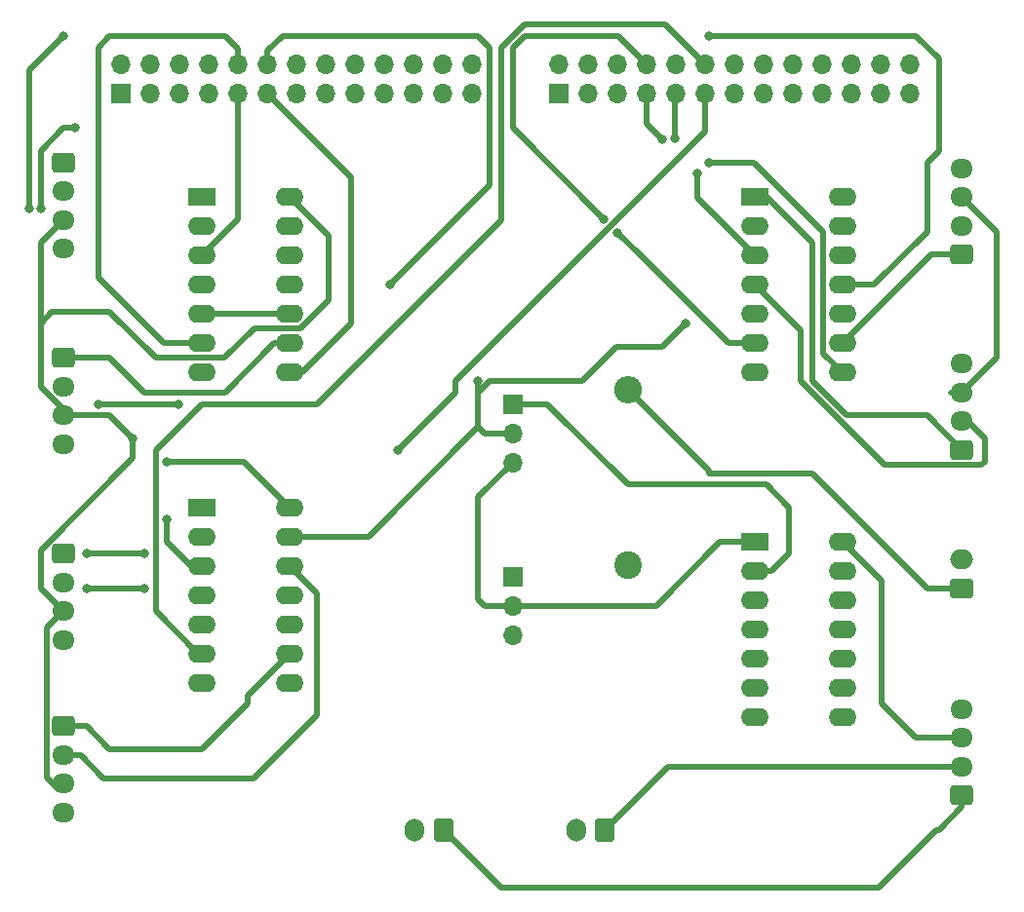
<source format=gbr>
%TF.GenerationSoftware,KiCad,Pcbnew,6.0.6-3a73a75311~116~ubuntu20.04.1*%
%TF.CreationDate,2022-07-30T07:06:58+01:00*%
%TF.ProjectId,blanking_board,626c616e-6b69-46e6-975f-626f6172642e,rev?*%
%TF.SameCoordinates,Original*%
%TF.FileFunction,Copper,L1,Top*%
%TF.FilePolarity,Positive*%
%FSLAX46Y46*%
G04 Gerber Fmt 4.6, Leading zero omitted, Abs format (unit mm)*
G04 Created by KiCad (PCBNEW 6.0.6-3a73a75311~116~ubuntu20.04.1) date 2022-07-30 07:06:58*
%MOMM*%
%LPD*%
G01*
G04 APERTURE LIST*
G04 Aperture macros list*
%AMRoundRect*
0 Rectangle with rounded corners*
0 $1 Rounding radius*
0 $2 $3 $4 $5 $6 $7 $8 $9 X,Y pos of 4 corners*
0 Add a 4 corners polygon primitive as box body*
4,1,4,$2,$3,$4,$5,$6,$7,$8,$9,$2,$3,0*
0 Add four circle primitives for the rounded corners*
1,1,$1+$1,$2,$3*
1,1,$1+$1,$4,$5*
1,1,$1+$1,$6,$7*
1,1,$1+$1,$8,$9*
0 Add four rect primitives between the rounded corners*
20,1,$1+$1,$2,$3,$4,$5,0*
20,1,$1+$1,$4,$5,$6,$7,0*
20,1,$1+$1,$6,$7,$8,$9,0*
20,1,$1+$1,$8,$9,$2,$3,0*%
G04 Aperture macros list end*
%TA.AperFunction,ComponentPad*%
%ADD10R,1.700000X1.700000*%
%TD*%
%TA.AperFunction,ComponentPad*%
%ADD11O,1.700000X1.700000*%
%TD*%
%TA.AperFunction,ComponentPad*%
%ADD12C,2.400000*%
%TD*%
%TA.AperFunction,ComponentPad*%
%ADD13O,2.400000X2.400000*%
%TD*%
%TA.AperFunction,ComponentPad*%
%ADD14R,2.400000X1.600000*%
%TD*%
%TA.AperFunction,ComponentPad*%
%ADD15O,2.400000X1.600000*%
%TD*%
%TA.AperFunction,ComponentPad*%
%ADD16RoundRect,0.250000X0.725000X-0.600000X0.725000X0.600000X-0.725000X0.600000X-0.725000X-0.600000X0*%
%TD*%
%TA.AperFunction,ComponentPad*%
%ADD17O,1.950000X1.700000*%
%TD*%
%TA.AperFunction,ComponentPad*%
%ADD18RoundRect,0.250000X-0.725000X0.600000X-0.725000X-0.600000X0.725000X-0.600000X0.725000X0.600000X0*%
%TD*%
%TA.AperFunction,ComponentPad*%
%ADD19RoundRect,0.250000X0.750000X-0.600000X0.750000X0.600000X-0.750000X0.600000X-0.750000X-0.600000X0*%
%TD*%
%TA.AperFunction,ComponentPad*%
%ADD20O,2.000000X1.700000*%
%TD*%
%TA.AperFunction,ComponentPad*%
%ADD21RoundRect,0.250000X0.600000X0.750000X-0.600000X0.750000X-0.600000X-0.750000X0.600000X-0.750000X0*%
%TD*%
%TA.AperFunction,ComponentPad*%
%ADD22O,1.700000X2.000000*%
%TD*%
%TA.AperFunction,ViaPad*%
%ADD23C,0.800000*%
%TD*%
%TA.AperFunction,Conductor*%
%ADD24C,0.500000*%
%TD*%
G04 APERTURE END LIST*
D10*
%TO.P,J11,1,1*%
%TO.N,unconnected-(J11-Pad1)*%
X112000000Y-56000000D03*
D11*
%TO.P,J11,2,2*%
%TO.N,unconnected-(J11-Pad2)*%
X112000000Y-53460000D03*
%TO.P,J11,3,3*%
%TO.N,unconnected-(J11-Pad3)*%
X114540000Y-56000000D03*
%TO.P,J11,4,4*%
%TO.N,unconnected-(J11-Pad4)*%
X114540000Y-53460000D03*
%TO.P,J11,5,5*%
%TO.N,unconnected-(J11-Pad5)*%
X117080000Y-56000000D03*
%TO.P,J11,6,6*%
%TO.N,unconnected-(J11-Pad6)*%
X117080000Y-53460000D03*
%TO.P,J11,7,7*%
%TO.N,p2_chan1*%
X119620000Y-56000000D03*
%TO.P,J11,8,8*%
%TO.N,p2_chan2*%
X119620000Y-53460000D03*
%TO.P,J11,9,9*%
%TO.N,p2_chan3*%
X122160000Y-56000000D03*
%TO.P,J11,10,10*%
%TO.N,p2_chan4*%
X122160000Y-53460000D03*
%TO.P,J11,11,11*%
%TO.N,p2_chan5*%
X124700000Y-56000000D03*
%TO.P,J11,12,12*%
%TO.N,p2_chan6*%
X124700000Y-53460000D03*
%TO.P,J11,13,13*%
%TO.N,GND*%
X127240000Y-56000000D03*
%TO.P,J11,14,P14*%
X127240000Y-53460000D03*
%TO.P,J11,15,P15*%
X129780000Y-56000000D03*
%TO.P,J11,16,P16*%
X129780000Y-53460000D03*
%TO.P,J11,17,P17*%
X132320000Y-56000000D03*
%TO.P,J11,18,P18*%
X132320000Y-53460000D03*
%TO.P,J11,19,P19*%
X134860000Y-56000000D03*
%TO.P,J11,20,P20*%
X134860000Y-53460000D03*
%TO.P,J11,21,P21*%
X137400000Y-56000000D03*
%TO.P,J11,22,P22*%
X137400000Y-53460000D03*
%TO.P,J11,23,P23*%
X139940000Y-56000000D03*
%TO.P,J11,24,P24*%
X139940000Y-53460000D03*
%TO.P,J11,25,P25*%
X142480000Y-56000000D03*
%TO.P,J11,26*%
%TO.N,N/C*%
X142480000Y-53460000D03*
%TD*%
D10*
%TO.P,J12,1,1*%
%TO.N,unconnected-(J12-Pad1)*%
X150000000Y-56000000D03*
D11*
%TO.P,J12,2,2*%
%TO.N,unconnected-(J12-Pad2)*%
X150000000Y-53460000D03*
%TO.P,J12,3,3*%
%TO.N,unconnected-(J12-Pad3)*%
X152540000Y-56000000D03*
%TO.P,J12,4,4*%
%TO.N,unconnected-(J12-Pad4)*%
X152540000Y-53460000D03*
%TO.P,J12,5,5*%
%TO.N,unconnected-(J12-Pad5)*%
X155080000Y-56000000D03*
%TO.P,J12,6,6*%
%TO.N,unconnected-(J12-Pad6)*%
X155080000Y-53460000D03*
%TO.P,J12,7,7*%
%TO.N,p1_chan1*%
X157620000Y-56000000D03*
%TO.P,J12,8,8*%
%TO.N,p1_chan2*%
X157620000Y-53460000D03*
%TO.P,J12,9,9*%
%TO.N,p1_chan3*%
X160160000Y-56000000D03*
%TO.P,J12,10,10*%
%TO.N,p1_chan4*%
X160160000Y-53460000D03*
%TO.P,J12,11,11*%
%TO.N,p1_chan5*%
X162700000Y-56000000D03*
%TO.P,J12,12,12*%
%TO.N,p1_chan6*%
X162700000Y-53460000D03*
%TO.P,J12,13,13*%
%TO.N,GND*%
X165240000Y-56000000D03*
%TO.P,J12,14,P14*%
X165240000Y-53460000D03*
%TO.P,J12,15,P15*%
X167780000Y-56000000D03*
%TO.P,J12,16,P16*%
X167780000Y-53460000D03*
%TO.P,J12,17,P17*%
X170320000Y-56000000D03*
%TO.P,J12,18,P18*%
X170320000Y-53460000D03*
%TO.P,J12,19,P19*%
X172860000Y-56000000D03*
%TO.P,J12,20,P20*%
X172860000Y-53460000D03*
%TO.P,J12,21,P21*%
X175400000Y-56000000D03*
%TO.P,J12,22,P22*%
X175400000Y-53460000D03*
%TO.P,J12,23,P23*%
X177940000Y-56000000D03*
%TO.P,J12,24,P24*%
X177940000Y-53460000D03*
%TO.P,J12,25,P25*%
X180480000Y-56000000D03*
%TO.P,J12,26*%
%TO.N,N/C*%
X180480000Y-53460000D03*
%TD*%
D10*
%TO.P,JP1,1,1*%
%TO.N,Net-(JP1-Pad1)*%
X146000000Y-83000000D03*
D11*
%TO.P,JP1,2,2*%
%TO.N,synch*%
X146000000Y-85540000D03*
%TO.P,JP1,3,3*%
%TO.N,Net-(JP1-Pad3)*%
X146000000Y-88080000D03*
%TD*%
D12*
%TO.P,R1,1*%
%TO.N,Net-(R1-Pad1)*%
X156000000Y-97000000D03*
D13*
%TO.P,R1,2*%
%TO.N,Net-(J4-Pad1)*%
X156000000Y-81760000D03*
%TD*%
D14*
%TO.P,U1,1*%
%TO.N,Net-(JP1-Pad3)*%
X167000000Y-95000000D03*
D15*
%TO.P,U1,2*%
%TO.N,Net-(JP1-Pad1)*%
X167000000Y-97540000D03*
%TO.P,U1,3*%
%TO.N,N/C*%
X167000000Y-100080000D03*
%TO.P,U1,4*%
X167000000Y-102620000D03*
%TO.P,U1,5*%
X167000000Y-105160000D03*
%TO.P,U1,6*%
X167000000Y-107700000D03*
%TO.P,U1,7,GND*%
%TO.N,GND*%
X167000000Y-110240000D03*
%TO.P,U1,8*%
%TO.N,N/C*%
X174620000Y-110240000D03*
%TO.P,U1,9*%
X174620000Y-107700000D03*
%TO.P,U1,10*%
X174620000Y-105160000D03*
%TO.P,U1,11*%
X174620000Y-102620000D03*
%TO.P,U1,12*%
X174620000Y-100080000D03*
%TO.P,U1,13*%
X174620000Y-97540000D03*
%TO.P,U1,14,VCC*%
%TO.N,+5V*%
X174620000Y-95000000D03*
%TD*%
D14*
%TO.P,U2,1*%
%TO.N,Net-(J2-Pad1)*%
X167000000Y-65000000D03*
D15*
%TO.P,U2,2*%
%TO.N,synch*%
X167000000Y-67540000D03*
%TO.P,U2,3*%
%TO.N,p1_chan1*%
X167000000Y-70080000D03*
%TO.P,U2,4*%
%TO.N,Net-(J2-Pad2)*%
X167000000Y-72620000D03*
%TO.P,U2,5*%
%TO.N,synch*%
X167000000Y-75160000D03*
%TO.P,U2,6*%
%TO.N,p1_chan2*%
X167000000Y-77700000D03*
%TO.P,U2,7,GND*%
%TO.N,GND*%
X167000000Y-80240000D03*
%TO.P,U2,8*%
%TO.N,p1_chan3*%
X174620000Y-80240000D03*
%TO.P,U2,9*%
%TO.N,Net-(J1-Pad1)*%
X174620000Y-77700000D03*
%TO.P,U2,10*%
%TO.N,synch*%
X174620000Y-75160000D03*
%TO.P,U2,11*%
%TO.N,p1_chan4*%
X174620000Y-72620000D03*
%TO.P,U2,12*%
%TO.N,Net-(J1-Pad2)*%
X174620000Y-70080000D03*
%TO.P,U2,13*%
%TO.N,synch*%
X174620000Y-67540000D03*
%TO.P,U2,14,VCC*%
%TO.N,+5V*%
X174620000Y-65000000D03*
%TD*%
D14*
%TO.P,U4,1*%
%TO.N,Net-(J5-Pad1)*%
X119000000Y-65000000D03*
D15*
%TO.P,U4,2*%
%TO.N,synch*%
X119000000Y-67540000D03*
%TO.P,U4,3*%
%TO.N,p2_chan3*%
X119000000Y-70080000D03*
%TO.P,U4,4*%
%TO.N,Net-(J5-Pad2)*%
X119000000Y-72620000D03*
%TO.P,U4,5*%
%TO.N,synch*%
X119000000Y-75160000D03*
%TO.P,U4,6*%
%TO.N,p2_chan4*%
X119000000Y-77700000D03*
%TO.P,U4,7,GND*%
%TO.N,GND*%
X119000000Y-80240000D03*
%TO.P,U4,8*%
%TO.N,p2_chan5*%
X126620000Y-80240000D03*
%TO.P,U4,9*%
%TO.N,Net-(J7-Pad1)*%
X126620000Y-77700000D03*
%TO.P,U4,10*%
%TO.N,synch*%
X126620000Y-75160000D03*
%TO.P,U4,11*%
%TO.N,p2_chan6*%
X126620000Y-72620000D03*
%TO.P,U4,12*%
%TO.N,Net-(J7-Pad2)*%
X126620000Y-70080000D03*
%TO.P,U4,13*%
%TO.N,synch*%
X126620000Y-67540000D03*
%TO.P,U4,14,VCC*%
%TO.N,+5V*%
X126620000Y-65000000D03*
%TD*%
D16*
%TO.P,J1,1*%
%TO.N,Net-(J1-Pad1)*%
X185000000Y-70000000D03*
D17*
%TO.P,J1,2*%
%TO.N,Net-(J1-Pad2)*%
X185000000Y-67500000D03*
%TO.P,J1,3*%
%TO.N,+5V*%
X185000000Y-65000000D03*
%TO.P,J1,4*%
%TO.N,GND*%
X185000000Y-62500000D03*
%TD*%
D16*
%TO.P,J2,1*%
%TO.N,Net-(J2-Pad1)*%
X185000000Y-87000000D03*
D17*
%TO.P,J2,2*%
%TO.N,Net-(J2-Pad2)*%
X185000000Y-84500000D03*
%TO.P,J2,3*%
%TO.N,+5V*%
X185000000Y-82000000D03*
%TO.P,J2,4*%
%TO.N,GND*%
X185000000Y-79500000D03*
%TD*%
D18*
%TO.P,J3,1*%
%TO.N,Net-(J3-Pad1)*%
X107000000Y-96000000D03*
D17*
%TO.P,J3,2*%
%TO.N,Net-(J3-Pad2)*%
X107000000Y-98500000D03*
%TO.P,J3,3*%
%TO.N,+5V*%
X107000000Y-101000000D03*
%TO.P,J3,4*%
%TO.N,GND*%
X107000000Y-103500000D03*
%TD*%
D19*
%TO.P,J4,1*%
%TO.N,Net-(J4-Pad1)*%
X185000000Y-99000000D03*
D20*
%TO.P,J4,2*%
%TO.N,GND*%
X185000000Y-96500000D03*
%TD*%
D18*
%TO.P,J5,1*%
%TO.N,Net-(J5-Pad1)*%
X107000000Y-62000000D03*
D17*
%TO.P,J5,2*%
%TO.N,Net-(J5-Pad2)*%
X107000000Y-64500000D03*
%TO.P,J5,3*%
%TO.N,+5V*%
X107000000Y-67000000D03*
%TO.P,J5,4*%
%TO.N,GND*%
X107000000Y-69500000D03*
%TD*%
D18*
%TO.P,J6,1*%
%TO.N,Net-(J6-Pad1)*%
X107000000Y-111000000D03*
D17*
%TO.P,J6,2*%
%TO.N,Net-(J6-Pad2)*%
X107000000Y-113500000D03*
%TO.P,J6,3*%
%TO.N,+5V*%
X107000000Y-116000000D03*
%TO.P,J6,4*%
%TO.N,GND*%
X107000000Y-118500000D03*
%TD*%
D18*
%TO.P,J7,1*%
%TO.N,Net-(J7-Pad1)*%
X107000000Y-79000000D03*
D17*
%TO.P,J7,2*%
%TO.N,Net-(J7-Pad2)*%
X107000000Y-81500000D03*
%TO.P,J7,3*%
%TO.N,+5V*%
X107000000Y-84000000D03*
%TO.P,J7,4*%
%TO.N,GND*%
X107000000Y-86500000D03*
%TD*%
D16*
%TO.P,J8,1*%
%TO.N,Net-(J8-Pad1)*%
X185000000Y-117000000D03*
D17*
%TO.P,J8,2*%
%TO.N,Net-(J10-Pad1)*%
X185000000Y-114500000D03*
%TO.P,J8,3*%
%TO.N,+5V*%
X185000000Y-112000000D03*
%TO.P,J8,4*%
%TO.N,GND*%
X185000000Y-109500000D03*
%TD*%
D21*
%TO.P,J9,1,Pin_1*%
%TO.N,Net-(J8-Pad1)*%
X140000000Y-120000000D03*
D22*
%TO.P,J9,2,Pin_2*%
%TO.N,GND*%
X137500000Y-120000000D03*
%TD*%
D21*
%TO.P,J10,1,Pin_1*%
%TO.N,Net-(J10-Pad1)*%
X154000000Y-120000000D03*
D22*
%TO.P,J10,2,Pin_2*%
%TO.N,GND*%
X151500000Y-120000000D03*
%TD*%
D14*
%TO.P,U3,1*%
%TO.N,Net-(J3-Pad1)*%
X119000000Y-92000000D03*
D15*
%TO.P,U3,2*%
%TO.N,synch*%
X119000000Y-94540000D03*
%TO.P,U3,3*%
%TO.N,p1_chan5*%
X119000000Y-97080000D03*
%TO.P,U3,4*%
%TO.N,Net-(J3-Pad2)*%
X119000000Y-99620000D03*
%TO.P,U3,5*%
%TO.N,synch*%
X119000000Y-102160000D03*
%TO.P,U3,6*%
%TO.N,p1_chan6*%
X119000000Y-104700000D03*
%TO.P,U3,7,GND*%
%TO.N,GND*%
X119000000Y-107240000D03*
%TO.P,U3,8*%
%TO.N,p2_chan1*%
X126620000Y-107240000D03*
%TO.P,U3,9*%
%TO.N,Net-(J6-Pad1)*%
X126620000Y-104700000D03*
%TO.P,U3,10*%
%TO.N,synch*%
X126620000Y-102160000D03*
%TO.P,U3,11*%
%TO.N,p2_chan2*%
X126620000Y-99620000D03*
%TO.P,U3,12*%
%TO.N,Net-(J6-Pad2)*%
X126620000Y-97080000D03*
%TO.P,U3,13*%
%TO.N,synch*%
X126620000Y-94540000D03*
%TO.P,U3,14,VCC*%
%TO.N,+5V*%
X126620000Y-92000000D03*
%TD*%
D10*
%TO.P,JP2,1,1*%
%TO.N,GND*%
X146000000Y-98000000D03*
D11*
%TO.P,JP2,2,2*%
%TO.N,Net-(JP1-Pad3)*%
X146000000Y-100540000D03*
%TO.P,JP2,3,3*%
%TO.N,Net-(R1-Pad1)*%
X146000000Y-103080000D03*
%TD*%
D23*
%TO.N,+5V*%
X116000000Y-88000000D03*
X113000000Y-86000000D03*
%TO.N,Net-(J3-Pad1)*%
X109000000Y-96000000D03*
X114000000Y-96000000D03*
%TO.N,Net-(J3-Pad2)*%
X114000000Y-99000000D03*
X109000000Y-99000000D03*
%TO.N,Net-(J7-Pad2)*%
X117000000Y-83000000D03*
X110000000Y-83000000D03*
%TO.N,p2_chan6*%
X135380000Y-72620000D03*
%TO.N,p2_chan2*%
X104000000Y-66000000D03*
X107000000Y-51000000D03*
%TO.N,p2_chan1*%
X105000000Y-66000000D03*
X108000000Y-59000000D03*
%TO.N,p1_chan1*%
X162000000Y-63000000D03*
X159000000Y-60000000D03*
%TO.N,p1_chan2*%
X155101041Y-68101041D03*
X153898959Y-66898959D03*
%TO.N,p1_chan3*%
X160101041Y-59898959D03*
X163000000Y-62000000D03*
%TO.N,p1_chan4*%
X163000000Y-51000000D03*
%TO.N,p1_chan5*%
X116000000Y-93000000D03*
X136000000Y-87000000D03*
%TO.N,synch*%
X143000000Y-81000000D03*
X161000000Y-76000000D03*
%TD*%
D24*
%TO.N,synch*%
X146000000Y-85540000D02*
X143540000Y-85540000D01*
X143540000Y-85540000D02*
X143000000Y-85000000D01*
%TO.N,Net-(JP1-Pad1)*%
X149000000Y-83000000D02*
X146000000Y-83000000D01*
%TO.N,Net-(JP1-Pad3)*%
X143000000Y-100000000D02*
X143000000Y-91080000D01*
X143000000Y-91080000D02*
X146000000Y-88080000D01*
%TO.N,+5V*%
X185000000Y-82000000D02*
X188000000Y-79000000D01*
X130000000Y-73947781D02*
X130000000Y-68380000D01*
X114989990Y-78989990D02*
X120989990Y-78989990D01*
X106000000Y-75000000D02*
X111000000Y-75000000D01*
X188000000Y-68000000D02*
X185000000Y-65000000D01*
X178000000Y-109000000D02*
X178000000Y-98380000D01*
X122620000Y-88000000D02*
X116000000Y-88000000D01*
X178000000Y-98380000D02*
X174620000Y-95000000D01*
X185000000Y-82000000D02*
X184000000Y-82000000D01*
X120989990Y-78989990D02*
X123569970Y-76410010D01*
X127537771Y-76410010D02*
X130000000Y-73947781D01*
X188000000Y-79000000D02*
X188000000Y-68000000D01*
X105000000Y-76000000D02*
X106000000Y-75000000D01*
X105574990Y-115425010D02*
X106349990Y-116200010D01*
X105574990Y-102425010D02*
X105574990Y-115425010D01*
X113000000Y-87685034D02*
X113000000Y-86000000D01*
X126620000Y-92000000D02*
X122620000Y-88000000D01*
X113000000Y-86000000D02*
X111000000Y-84000000D01*
X111000000Y-75000000D02*
X114989990Y-78989990D01*
X105000000Y-81463491D02*
X107000000Y-83463491D01*
X123569970Y-76410010D02*
X127537771Y-76410010D01*
X105000000Y-95685034D02*
X113000000Y-87685034D01*
X181000000Y-112000000D02*
X178000000Y-109000000D01*
X105000000Y-76000000D02*
X105000000Y-81463491D01*
X105000000Y-69000000D02*
X105000000Y-76000000D01*
X111000000Y-84000000D02*
X107000000Y-84000000D01*
X185000000Y-112000000D02*
X181000000Y-112000000D01*
X107000000Y-67000000D02*
X105000000Y-69000000D01*
X106349990Y-116200010D02*
X107000000Y-116200010D01*
X107000000Y-83463491D02*
X107000000Y-84000000D01*
X130000000Y-68380000D02*
X126620000Y-65000000D01*
X107000000Y-101000000D02*
X105574990Y-102425010D01*
X105000000Y-99000000D02*
X105000000Y-95685034D01*
X107000000Y-101000000D02*
X105000000Y-99000000D01*
%TO.N,Net-(J1-Pad1)*%
X182320000Y-70000000D02*
X174620000Y-77700000D01*
X185000000Y-70000000D02*
X182320000Y-70000000D01*
%TO.N,Net-(J2-Pad1)*%
X182000000Y-84000000D02*
X185000000Y-87000000D01*
X168000000Y-65000000D02*
X172000000Y-69000000D01*
X172000000Y-69000000D02*
X172000000Y-81000000D01*
X167000000Y-65000000D02*
X168000000Y-65000000D01*
X175000000Y-84000000D02*
X182000000Y-84000000D01*
X172000000Y-81000000D02*
X175000000Y-84000000D01*
%TO.N,Net-(J2-Pad2)*%
X187000000Y-86000000D02*
X187000000Y-88000000D01*
X186699990Y-88300010D02*
X178300010Y-88300010D01*
X185500000Y-84500000D02*
X187000000Y-86000000D01*
X187000000Y-88000000D02*
X186699990Y-88300010D01*
X178300010Y-88300010D02*
X171000000Y-81000000D01*
X171000000Y-76620000D02*
X167000000Y-72620000D01*
X171000000Y-81000000D02*
X171000000Y-76620000D01*
X185000000Y-84500000D02*
X185500000Y-84500000D01*
%TO.N,Net-(J3-Pad1)*%
X109000000Y-96000000D02*
X114000000Y-96000000D01*
%TO.N,Net-(J3-Pad2)*%
X109000000Y-99000000D02*
X114000000Y-99000000D01*
%TO.N,Net-(J4-Pad1)*%
X185000000Y-99000000D02*
X182000000Y-99000000D01*
X163000000Y-89000000D02*
X163000000Y-88760000D01*
X163000000Y-88760000D02*
X156000000Y-81760000D01*
X172000000Y-89000000D02*
X163000000Y-89000000D01*
X182000000Y-99000000D02*
X172000000Y-89000000D01*
%TO.N,Net-(J6-Pad1)*%
X119000000Y-113000000D02*
X123000000Y-109000000D01*
X107000000Y-111000000D02*
X109000000Y-111000000D01*
X111000000Y-113000000D02*
X119000000Y-113000000D01*
X123000000Y-108320000D02*
X126620000Y-104700000D01*
X109000000Y-111000000D02*
X111000000Y-113000000D01*
X123000000Y-109000000D02*
X123000000Y-108320000D01*
%TO.N,Net-(J6-Pad2)*%
X107000000Y-113500000D02*
X108500000Y-113500000D01*
X123500000Y-115500000D02*
X129000000Y-110000000D01*
X129000000Y-99460000D02*
X126620000Y-97080000D01*
X108500000Y-113500000D02*
X110500000Y-115500000D01*
X129000000Y-110000000D02*
X129000000Y-99460000D01*
X110500000Y-115500000D02*
X123500000Y-115500000D01*
%TO.N,Net-(J7-Pad2)*%
X110000000Y-83000000D02*
X117000000Y-83000000D01*
%TO.N,Net-(J7-Pad1)*%
X111000000Y-79000000D02*
X114000000Y-82000000D01*
X114000000Y-82000000D02*
X121000000Y-82000000D01*
X125300000Y-77700000D02*
X126620000Y-77700000D01*
X121000000Y-82000000D02*
X125300000Y-77700000D01*
X107000000Y-79000000D02*
X111000000Y-79000000D01*
%TO.N,Net-(J8-Pad1)*%
X177799990Y-125000000D02*
X145000000Y-125000000D01*
X185000000Y-118000000D02*
X185000000Y-117000000D01*
X145000000Y-125000000D02*
X140000000Y-120000000D01*
X182799990Y-120000000D02*
X183000000Y-120000000D01*
X183000000Y-120000000D02*
X185000000Y-118000000D01*
X182799990Y-120000000D02*
X177799990Y-125000000D01*
%TO.N,Net-(J10-Pad1)*%
X185000000Y-114500000D02*
X159500000Y-114500000D01*
X159500000Y-114500000D02*
X156000000Y-118000000D01*
X156500000Y-117500000D02*
X156000000Y-118000000D01*
X156000000Y-118000000D02*
X154000000Y-120000000D01*
%TO.N,p2_chan6*%
X126000000Y-51000000D02*
X124700000Y-52300000D01*
X124700000Y-52300000D02*
X124700000Y-53460000D01*
X144000000Y-64000000D02*
X144000000Y-52000000D01*
X144000000Y-52000000D02*
X143000000Y-51000000D01*
X135380000Y-72620000D02*
X144000000Y-64000000D01*
X143000000Y-51000000D02*
X126000000Y-51000000D01*
%TO.N,p2_chan5*%
X132000000Y-76000000D02*
X132000000Y-63300000D01*
X132000000Y-63300000D02*
X124700000Y-56000000D01*
X127760000Y-80240000D02*
X132000000Y-76000000D01*
X126620000Y-80240000D02*
X127760000Y-80240000D01*
%TO.N,p2_chan4*%
X122160000Y-52160000D02*
X121000000Y-51000000D01*
X121000000Y-51000000D02*
X111000000Y-51000000D01*
X122160000Y-53460000D02*
X122160000Y-52160000D01*
X115700000Y-77700000D02*
X119000000Y-77700000D01*
X110000000Y-52000000D02*
X110000000Y-72000000D01*
X111000000Y-51000000D02*
X110000000Y-52000000D01*
X110000000Y-72000000D02*
X115700000Y-77700000D01*
%TO.N,p2_chan3*%
X122160000Y-66920000D02*
X119000000Y-70080000D01*
X122160000Y-56000000D02*
X122160000Y-66920000D01*
%TO.N,p2_chan2*%
X104000000Y-66000000D02*
X104000000Y-65000000D01*
X104000000Y-65000000D02*
X104000000Y-54000000D01*
X104000000Y-54000000D02*
X107000000Y-51000000D01*
%TO.N,p2_chan1*%
X105000000Y-65000000D02*
X105000000Y-61000000D01*
X107000000Y-59000000D02*
X108000000Y-59000000D01*
X105000000Y-66000000D02*
X105000000Y-65000000D01*
X105000000Y-61000000D02*
X107000000Y-59000000D01*
%TO.N,p1_chan1*%
X157620000Y-56000000D02*
X157620000Y-58620000D01*
X162000000Y-63000000D02*
X162000000Y-65080000D01*
X162000000Y-65080000D02*
X167000000Y-70080000D01*
X157620000Y-58620000D02*
X159000000Y-60000000D01*
%TO.N,p1_chan2*%
X157000000Y-70000000D02*
X155101041Y-68101041D01*
X153898959Y-66898959D02*
X146000000Y-59000000D01*
X167000000Y-77700000D02*
X164700000Y-77700000D01*
X146000000Y-59000000D02*
X146000000Y-52000000D01*
X147000000Y-51000000D02*
X155160000Y-51000000D01*
X155160000Y-51000000D02*
X157620000Y-53460000D01*
X164700000Y-77700000D02*
X157000000Y-70000000D01*
X146000000Y-52000000D02*
X147000000Y-51000000D01*
%TO.N,p1_chan3*%
X160101041Y-56058959D02*
X160160000Y-56000000D01*
X160101041Y-59898959D02*
X160101041Y-56058959D01*
X166939980Y-62000000D02*
X163000000Y-62000000D01*
X172969990Y-68030010D02*
X166939980Y-62000000D01*
X174620000Y-80240000D02*
X172969990Y-78589990D01*
X172969990Y-78589990D02*
X172969990Y-68030010D01*
%TO.N,p1_chan4*%
X182000000Y-68000000D02*
X182000000Y-62000000D01*
X183000000Y-61000000D02*
X183000000Y-53000000D01*
X181000000Y-51000000D02*
X163000000Y-51000000D01*
X177380000Y-72620000D02*
X182000000Y-68000000D01*
X183000000Y-53000000D02*
X181000000Y-51000000D01*
X182000000Y-62000000D02*
X183000000Y-61000000D01*
X174620000Y-72620000D02*
X177380000Y-72620000D01*
%TO.N,p1_chan5*%
X141000000Y-81000000D02*
X141000000Y-82000000D01*
X162700000Y-56000000D02*
X162700000Y-59300000D01*
X162700000Y-59300000D02*
X141000000Y-81000000D01*
X116000000Y-95000000D02*
X118080000Y-97080000D01*
X116000000Y-93000000D02*
X116000000Y-95000000D01*
X141000000Y-82000000D02*
X136000000Y-87000000D01*
X118080000Y-97080000D02*
X119000000Y-97080000D01*
%TO.N,p1_chan6*%
X147010037Y-50000000D02*
X159240000Y-50000000D01*
X115000000Y-101000000D02*
X115000000Y-90000000D01*
X119000000Y-104700000D02*
X118700000Y-104700000D01*
X115000000Y-87000000D02*
X119000000Y-83000000D01*
X159240000Y-50000000D02*
X162700000Y-53460000D01*
X145000000Y-67000000D02*
X145000000Y-52010037D01*
X119000000Y-83000000D02*
X129000000Y-83000000D01*
X145000000Y-52010037D02*
X147010037Y-50000000D01*
X129000000Y-83000000D02*
X145000000Y-67000000D01*
X115000000Y-90000000D02*
X115000000Y-87000000D01*
X118700000Y-104700000D02*
X115000000Y-101000000D01*
%TO.N,Net-(JP1-Pad1)*%
X156000000Y-90000000D02*
X149000000Y-83000000D01*
X167000000Y-97540000D02*
X168460000Y-97540000D01*
X168460000Y-97540000D02*
X170000000Y-96000000D01*
X168000000Y-90000000D02*
X156000000Y-90000000D01*
X170000000Y-96000000D02*
X170000000Y-92000000D01*
X170000000Y-92000000D02*
X168000000Y-90000000D01*
%TO.N,synch*%
X133460000Y-94540000D02*
X126620000Y-94540000D01*
X143000000Y-85000000D02*
X133460000Y-94540000D01*
X159000000Y-78000000D02*
X155000000Y-78000000D01*
X119000000Y-75160000D02*
X126620000Y-75160000D01*
X143000000Y-82000000D02*
X143000000Y-85000000D01*
X161000000Y-76000000D02*
X159000000Y-78000000D01*
X143000000Y-81000000D02*
X143000000Y-82000000D01*
X155000000Y-78000000D02*
X152000000Y-81000000D01*
X152000000Y-81000000D02*
X144000000Y-81000000D01*
X144000000Y-81000000D02*
X143000000Y-82000000D01*
%TO.N,Net-(JP1-Pad3)*%
X146000000Y-100540000D02*
X143540000Y-100540000D01*
X158460000Y-100540000D02*
X146000000Y-100540000D01*
X167000000Y-95000000D02*
X164000000Y-95000000D01*
X143540000Y-100540000D02*
X143000000Y-100000000D01*
X164000000Y-95000000D02*
X158460000Y-100540000D01*
%TD*%
M02*

</source>
